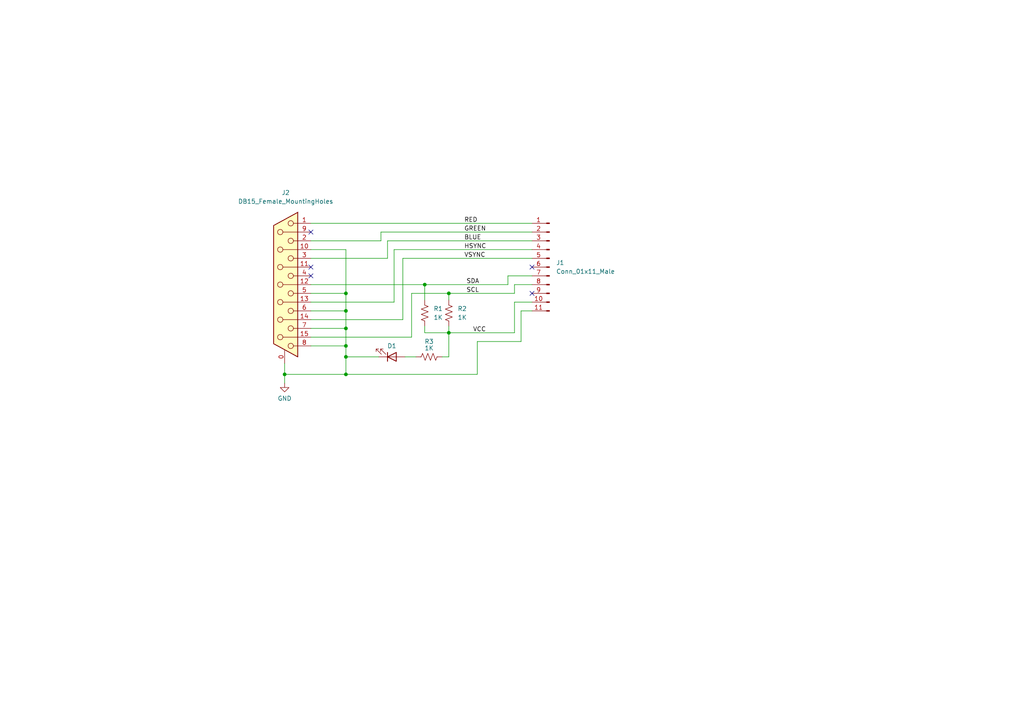
<source format=kicad_sch>
(kicad_sch (version 20211123) (generator eeschema)
  (paper "A4")
  (title_block (title "VGA Breakount Board") (date "2022-12-12") (rev "1.1") (company "Will Schoenfeld") (comment 1 "Revision 1.1: Change R1-3 and D1 from through hole to SMD"))
  (lib_symbols
    (symbol "Connector:Conn_01x11_Male" (pin_names (offset 1.016) hide)
      (property "Reference" "J" (at 0 15.24 0))
      (property "Value" "Conn_01x11_Male" (at 0 -15.24 0))
      (symbol "Conn_01x11_Male_1_1"
        (polyline (pts (xy 1.27 -12.7) (xy 0.8636 -12.7)) (stroke (width 0.1524)))
        (polyline (pts (xy 1.27 -10.16) (xy 0.8636 -10.16)) (stroke (width 0.1524)))
        (polyline (pts (xy 1.27 -7.62) (xy 0.8636 -7.62)) (stroke (width 0.1524)))
        (polyline (pts (xy 1.27 -5.08) (xy 0.8636 -5.08)) (stroke (width 0.1524)))
        (polyline (pts (xy 1.27 -2.54) (xy 0.8636 -2.54)) (stroke (width 0.1524)))
        (polyline (pts (xy 1.27 0) (xy 0.8636 0)) (stroke (width 0.1524)))
        (polyline (pts (xy 1.27 2.54) (xy 0.8636 2.54)) (stroke (width 0.1524)))
        (polyline (pts (xy 1.27 5.08) (xy 0.8636 5.08)) (stroke (width 0.1524)))
        (polyline (pts (xy 1.27 7.62) (xy 0.8636 7.62)) (stroke (width 0.1524)))
        (polyline (pts (xy 1.27 10.16) (xy 0.8636 10.16)) (stroke (width 0.1524)))
        (polyline (pts (xy 1.27 12.7) (xy 0.8636 12.7)) (stroke (width 0.1524)))
        (rectangle (start 0.8636 -12.573) (end 0 -12.827) (stroke (width 0.1524)) (fill (type outline)))
        (rectangle (start 0.8636 -10.033) (end 0 -10.287) (stroke (width 0.1524)) (fill (type outline)))
        (rectangle (start 0.8636 -7.493) (end 0 -7.747) (stroke (width 0.1524)) (fill (type outline)))
        (rectangle (start 0.8636 -4.953) (end 0 -5.207) (stroke (width 0.1524)) (fill (type outline)))
        (rectangle (start 0.8636 -2.413) (end 0 -2.667) (stroke (width 0.1524)) (fill (type outline)))
        (rectangle (start 0.8636 0.127) (end 0 -0.127) (stroke (width 0.1524)) (fill (type outline)))
        (rectangle (start 0.8636 2.667) (end 0 2.413) (stroke (width 0.1524)) (fill (type outline)))
        (rectangle (start 0.8636 5.207) (end 0 4.953) (stroke (width 0.1524)) (fill (type outline)))
        (rectangle (start 0.8636 7.747) (end 0 7.493) (stroke (width 0.1524)) (fill (type outline)))
        (rectangle (start 0.8636 10.287) (end 0 10.033) (stroke (width 0.1524)) (fill (type outline)))
        (rectangle (start 0.8636 12.827) (end 0 12.573) (stroke (width 0.1524)) (fill (type outline)))
        (pin passive line (at 5.08 12.7 180) (length 3.81) (name "Pin_1") (number "1"))
        (pin passive line (at 5.08 -10.16 180) (length 3.81) (name "Pin_10") (number "10"))
        (pin passive line (at 5.08 -12.7 180) (length 3.81) (name "Pin_11") (number "11"))
        (pin passive line (at 5.08 10.16 180) (length 3.81) (name "Pin_2") (number "2"))
        (pin passive line (at 5.08 7.62 180) (length 3.81) (name "Pin_3") (number "3"))
        (pin passive line (at 5.08 5.08 180) (length 3.81) (name "Pin_4") (number "4"))
        (pin passive line (at 5.08 2.54 180) (length 3.81) (name "Pin_5") (number "5"))
        (pin passive line (at 5.08 0 180) (length 3.81) (name "Pin_6") (number "6"))
        (pin passive line (at 5.08 -2.54 180) (length 3.81) (name "Pin_7") (number "7"))
        (pin passive line (at 5.08 -5.08 180) (length 3.81) (name "Pin_8") (number "8"))
        (pin passive line (at 5.08 -7.62 180) (length 3.81) (name "Pin_9") (number "9"))
      )
    )
    (symbol "Connector:DB15_Female_MountingHoles" (pin_names (offset 1.016) hide)
      (property "Reference" "J" (at 0 24.13 0))
      (property "Value" "DB15_Female_MountingHoles" (at 0 22.225 0))
      (symbol "DB15_Female_MountingHoles_0_1"
        (circle (center -1.778 -17.78) (radius 0.762))
        (circle (center -1.778 -12.7) (radius 0.762))
        (circle (center -1.778 -7.62) (radius 0.762))
        (circle (center -1.778 -2.54) (radius 0.762))
        (circle (center -1.778 2.54) (radius 0.762))
        (circle (center -1.778 7.62) (radius 0.762))
        (circle (center -1.778 12.7) (radius 0.762))
        (circle (center -1.778 17.78) (radius 0.762))
        (polyline (pts (xy -3.81 -17.78) (xy -2.54 -17.78)))
        (polyline (pts (xy -3.81 -15.24) (xy 0.508 -15.24)))
        (polyline (pts (xy -3.81 -12.7) (xy -2.54 -12.7)))
        (polyline (pts (xy -3.81 -10.16) (xy 0.508 -10.16)))
        (polyline (pts (xy -3.81 -7.62) (xy -2.54 -7.62)))
        (polyline (pts (xy -3.81 -5.08) (xy 0.508 -5.08)))
        (polyline (pts (xy -3.81 -2.54) (xy -2.54 -2.54)))
        (polyline (pts (xy -3.81 0) (xy 0.508 0)))
        (polyline (pts (xy -3.81 2.54) (xy -2.54 2.54)))
        (polyline (pts (xy -3.81 5.08) (xy 0.508 5.08)))
        (polyline (pts (xy -3.81 7.62) (xy -2.54 7.62)))
        (polyline (pts (xy -3.81 10.16) (xy 0.508 10.16)))
        (polyline (pts (xy -3.81 12.7) (xy -2.54 12.7)))
        (polyline (pts (xy -3.81 15.24) (xy 0.508 15.24)))
        (polyline (pts (xy -3.81 17.78) (xy -2.54 17.78)))
        (polyline (pts (xy -3.81 20.955) (xy 3.175 17.145) (xy 3.175 -17.145) (xy -3.81 -20.955) (xy -3.81 20.955)) (stroke (width 0.254)) (fill (type background)))
        (circle (center 1.27 -15.24) (radius 0.762))
        (circle (center 1.27 -10.16) (radius 0.762))
        (circle (center 1.27 -5.08) (radius 0.762))
        (circle (center 1.27 0) (radius 0.762))
        (circle (center 1.27 5.08) (radius 0.762))
        (circle (center 1.27 10.16) (radius 0.762))
        (circle (center 1.27 15.24) (radius 0.762))
      )
      (symbol "DB15_Female_MountingHoles_1_1"
        (pin passive line (at 0 -22.86 90) (length 3.81) (name "PAD") (number "0"))
        (pin passive line (at -7.62 17.78 0) (length 3.81) (name "1") (number "1"))
        (pin passive line (at -7.62 10.16 0) (length 3.81) (name "P10") (number "10"))
        (pin passive line (at -7.62 5.08 0) (length 3.81) (name "P111") (number "11"))
        (pin passive line (at -7.62 0 0) (length 3.81) (name "P12") (number "12"))
        (pin passive line (at -7.62 -5.08 0) (length 3.81) (name "P13") (number "13"))
        (pin passive line (at -7.62 -10.16 0) (length 3.81) (name "P14") (number "14"))
        (pin passive line (at -7.62 -15.24 0) (length 3.81) (name "P15") (number "15"))
        (pin passive line (at -7.62 12.7 0) (length 3.81) (name "2") (number "2"))
        (pin passive line (at -7.62 7.62 0) (length 3.81) (name "3") (number "3"))
        (pin passive line (at -7.62 2.54 0) (length 3.81) (name "4") (number "4"))
        (pin passive line (at -7.62 -2.54 0) (length 3.81) (name "5") (number "5"))
        (pin passive line (at -7.62 -7.62 0) (length 3.81) (name "6") (number "6"))
        (pin passive line (at -7.62 -12.7 0) (length 3.81) (name "7") (number "7"))
        (pin passive line (at -7.62 -17.78 0) (length 3.81) (name "8") (number "8"))
        (pin passive line (at -7.62 15.24 0) (length 3.81) (name "P9") (number "9"))
      )
    )
    (symbol "Device:LED" (pin_numbers hide) (pin_names (offset 1.016) hide)
      (property "Reference" "D" (at 0 2.54 0))
      (property "Value" "LED" (at 0 -2.54 0))
      (symbol "LED_0_1"
        (polyline (pts (xy -1.27 -1.27) (xy -1.27 1.27)) (stroke (width 0.254)))
        (polyline (pts (xy -1.27 0) (xy 1.27 0)))
        (polyline (pts (xy 1.27 -1.27) (xy 1.27 1.27) (xy -1.27 0) (xy 1.27 -1.27)) (stroke (width 0.254)))
        (polyline (pts (xy -3.048 -0.762) (xy -4.572 -2.286) (xy -3.81 -2.286) (xy -4.572 -2.286) (xy -4.572 -1.524)))
        (polyline (pts (xy -1.778 -0.762) (xy -3.302 -2.286) (xy -2.54 -2.286) (xy -3.302 -2.286) (xy -3.302 -1.524)))
      )
      (symbol "LED_1_1"
        (pin passive line (at -3.81 0 0) (length 2.54) (name "K") (number "1"))
        (pin passive line (at 3.81 0 180) (length 2.54) (name "A") (number "2"))
      )
    )
    (symbol "Device:R_US" (pin_numbers hide) (pin_names (offset 0))
      (property "Reference" "R" (at 2.54 0 90))
      (property "Value" "R_US" (at -2.54 0 90))
      (symbol "R_US_0_1"
        (polyline (pts (xy 0 -2.286) (xy 0 -2.54)))
        (polyline (pts (xy 0 2.286) (xy 0 2.54)))
        (polyline (pts (xy 0 -0.762) (xy 1.016 -1.143) (xy 0 -1.524) (xy -1.016 -1.905) (xy 0 -2.286)))
        (polyline (pts (xy 0 0.762) (xy 1.016 0.381) (xy 0 0) (xy -1.016 -0.381) (xy 0 -0.762)))
        (polyline (pts (xy 0 2.286) (xy 1.016 1.905) (xy 0 1.524) (xy -1.016 1.143) (xy 0 0.762)))
      )
      (symbol "R_US_1_1"
        (pin passive line (at 0 3.81 270) (length 1.27) (name "~") (number "1"))
        (pin passive line (at 0 -3.81 90) (length 1.27) (name "~") (number "2"))
      )
    )
    (symbol "power:GND" (power) (pin_names (offset 0))
      (property "Value" "GND" (at 0 -3.81 0))
      (symbol "GND_0_1"
        (polyline (pts (xy 0 0) (xy 0 -1.27) (xy 1.27 -1.27) (xy 0 -2.54) (xy -1.27 -1.27) (xy 0 -1.27)))
      )
      (symbol "GND_1_1"
        (pin power_in line (at 0 0 270) (length 0) hide (name "GND") (number "1"))
      )
    )
  )
  (junction (at 100.33 85.09))
  (junction (at 130.175 96.52))
  (junction (at 123.19 82.55))
  (junction (at 100.33 103.505))
  (junction (at 100.33 100.33))
  (junction (at 100.33 90.17))
  (junction (at 82.55 108.585))
  (junction (at 130.175 85.09))
  (junction (at 100.33 95.25))
  (junction (at 100.33 108.585))
  (no_connect (at 90.17 80.01))
  (no_connect (at 90.17 77.47))
  (no_connect (at 154.305 85.09))
  (no_connect (at 154.305 77.47))
  (no_connect (at 90.17 67.31))
  (wire (pts (xy 149.225 87.63) (xy 154.305 87.63)))
  (wire (pts (xy 100.33 85.09) (xy 100.33 90.17)))
  (wire (pts (xy 90.17 100.33) (xy 100.33 100.33)))
  (wire (pts (xy 147.32 82.55) (xy 147.32 80.01)))
  (wire (pts (xy 82.55 108.585) (xy 82.55 111.125)))
  (wire (pts (xy 149.225 96.52) (xy 149.225 87.63)))
  (wire (pts (xy 149.225 82.55) (xy 154.305 82.55)))
  (wire (pts (xy 90.17 85.09) (xy 100.33 85.09)))
  (wire (pts (xy 117.475 103.505) (xy 120.65 103.505)))
  (wire (pts (xy 90.17 82.55) (xy 123.19 82.55)))
  (wire (pts (xy 128.27 103.505) (xy 130.175 103.505)))
  (wire (pts (xy 112.395 74.93) (xy 112.395 69.85)))
  (wire (pts (xy 147.32 80.01) (xy 154.305 80.01)))
  (wire (pts (xy 116.84 92.71) (xy 116.84 74.93)))
  (wire (pts (xy 114.3 72.39) (xy 154.305 72.39)))
  (wire (pts (xy 138.43 108.585) (xy 100.33 108.585)))
  (wire (pts (xy 90.17 92.71) (xy 116.84 92.71)))
  (wire (pts (xy 90.17 90.17) (xy 100.33 90.17)))
  (wire (pts (xy 100.33 100.33) (xy 100.33 103.505)))
  (wire (pts (xy 138.43 99.06) (xy 151.13 99.06)))
  (wire (pts (xy 100.33 103.505) (xy 109.855 103.505)))
  (wire (pts (xy 130.175 96.52) (xy 149.225 96.52)))
  (wire (pts (xy 112.395 69.85) (xy 154.305 69.85)))
  (wire (pts (xy 130.175 103.505) (xy 130.175 96.52)))
  (wire (pts (xy 90.17 95.25) (xy 100.33 95.25)))
  (wire (pts (xy 100.33 103.505) (xy 100.33 108.585)))
  (wire (pts (xy 119.38 97.79) (xy 119.38 85.09)))
  (wire (pts (xy 100.33 90.17) (xy 100.33 95.25)))
  (wire (pts (xy 149.225 85.09) (xy 149.225 82.55)))
  (wire (pts (xy 154.305 90.17) (xy 151.13 90.17)))
  (wire (pts (xy 90.17 64.77) (xy 154.305 64.77)))
  (wire (pts (xy 90.17 72.39) (xy 100.33 72.39)))
  (wire (pts (xy 100.33 95.25) (xy 100.33 100.33)))
  (wire (pts (xy 123.19 82.55) (xy 147.32 82.55)))
  (wire (pts (xy 123.19 94.615) (xy 123.19 96.52)))
  (wire (pts (xy 90.17 74.93) (xy 112.395 74.93)))
  (wire (pts (xy 151.13 90.17) (xy 151.13 99.06)))
  (wire (pts (xy 82.55 105.41) (xy 82.55 108.585)))
  (wire (pts (xy 90.17 97.79) (xy 119.38 97.79)))
  (wire (pts (xy 130.175 94.615) (xy 130.175 96.52)))
  (wire (pts (xy 119.38 85.09) (xy 130.175 85.09)))
  (wire (pts (xy 138.43 99.06) (xy 138.43 108.585)))
  (wire (pts (xy 114.3 87.63) (xy 114.3 72.39)))
  (wire (pts (xy 110.49 69.85) (xy 110.49 67.31)))
  (wire (pts (xy 123.19 82.55) (xy 123.19 86.995)))
  (wire (pts (xy 90.17 69.85) (xy 110.49 69.85)))
  (wire (pts (xy 90.17 87.63) (xy 114.3 87.63)))
  (wire (pts (xy 110.49 67.31) (xy 154.305 67.31)))
  (wire (pts (xy 130.175 86.995) (xy 130.175 85.09)))
  (wire (pts (xy 116.84 74.93) (xy 154.305 74.93)))
  (wire (pts (xy 100.33 72.39) (xy 100.33 85.09)))
  (wire (pts (xy 130.175 85.09) (xy 149.225 85.09)))
  (wire (pts (xy 100.33 108.585) (xy 82.55 108.585)))
  (wire (pts (xy 123.19 96.52) (xy 130.175 96.52)))
  (label "SDA" (at 135.255 82.55 0))
  (label "VCC" (at 137.16 96.52 0))
  (label "VSYNC" (at 134.62 74.93 0))
  (label "GREEN" (at 134.62 67.31 0))
  (label "BLUE" (at 134.62 69.85 0))
  (label "HSYNC" (at 134.62 72.39 0))
  (label "RED" (at 134.62 64.77 0))
  (label "SCL" (at 135.255 85.09 0))
  (symbol (lib_id "Device:R_US") (at 130.175 90.805 0) (unit 1)
    (property "Reference" "R2" (at 132.715 89.5349 0) (effects (justify left)))
    (property "Value" "1K" (at 132.715 92.0749 0) (effects (justify left)))
    (property "Footprint" "Resistor_SMD:R_0805_2012Metric_Pad1.20x1.40mm_HandSolder" (effects hide))
  )
  (symbol (lib_id "Connector:DB15_Female_MountingHoles") (at 82.55 82.55 0) (mirror y) (unit 1)
    (property "Reference" "J2" (at 82.8675 55.88 0))
    (property "Value" "DB15_Female_MountingHoles" (at 82.8675 58.42 0))
    (property "Footprint" "Connector_Dsub:DSUB-15-HD_Female_Horizontal_P2.29x1.98mm_EdgePinOffset3.03mm_Housed_MountingHolesOffset4.94mm" (effects hide))
    (property "Datasheet" " ~" (effects hide))
  )
  (symbol (lib_id "Device:LED") (at 113.665 103.505 0) (mirror x) (unit 1)
    (property "Reference" "D1" (at 113.665 100.33 0))
    (property "Value" "LED" (effects hide))
    (property "Footprint" "LED_SMD:LED_0805_2012Metric_Pad1.15x1.40mm_HandSolder" (effects hide))
  )
  (symbol (lib_id "Connector:Conn_01x11_Male") (at 159.385 77.47 0) (mirror y) (unit 1)
    (property "Reference" "J1" (at 161.29 76.1999 0) (effects (justify right)))
    (property "Value" "Conn_01x11_Male" (at 161.29 78.7399 0) (effects (justify right)))
    (property "Footprint" "Connector_PinHeader_2.54mm:PinHeader_1x11_P2.54mm_Vertical" (effects hide))
  )
  (symbol (lib_id "Device:R_US") (at 123.19 90.805 0) (unit 1)
    (property "Reference" "R1" (at 125.73 89.5349 0) (effects (justify left)))
    (property "Value" "1K" (at 125.73 92.0749 0) (effects (justify left)))
    (property "Footprint" "Resistor_SMD:R_0805_2012Metric_Pad1.20x1.40mm_HandSolder" (effects hide))
  )
  (symbol (lib_id "power:GND") (at 82.55 111.125 0) (unit 1)
    (property "Reference" "#PWR01" (effects hide))
    (property "Value" "GND" (at 82.55 115.57 0))
  )
  (symbol (lib_id "Device:R_US") (at 124.46 103.505 90) (unit 1)
    (property "Reference" "R3" (at 124.46 99.06 90))
    (property "Value" "1K" (at 124.46 100.965 90))
    (property "Footprint" "Resistor_SMD:R_0805_2012Metric_Pad1.20x1.40mm_HandSolder" (effects hide))
  )
)
</source>
